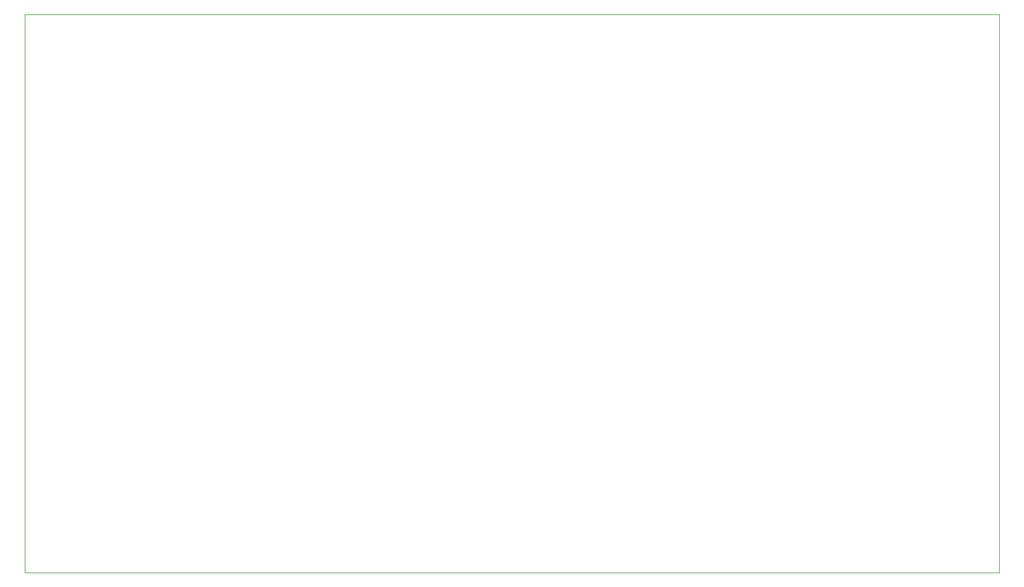
<source format=gbr>
G04 #@! TF.GenerationSoftware,KiCad,Pcbnew,(5.1.5)-3*
G04 #@! TF.CreationDate,2020-04-08T11:42:18+02:00*
G04 #@! TF.ProjectId,sensing_PMU,73656e73-696e-4675-9f50-4d552e6b6963,0.0*
G04 #@! TF.SameCoordinates,Original*
G04 #@! TF.FileFunction,Profile,NP*
%FSLAX46Y46*%
G04 Gerber Fmt 4.6, Leading zero omitted, Abs format (unit mm)*
G04 Created by KiCad (PCBNEW (5.1.5)-3) date 2020-04-08 11:42:18*
%MOMM*%
%LPD*%
G04 APERTURE LIST*
%ADD10C,0.120000*%
G04 APERTURE END LIST*
D10*
X91100000Y-122000000D02*
X91100000Y-40000000D01*
X234100000Y-122000000D02*
X91100000Y-122000000D01*
X234100000Y-40000000D02*
X234100000Y-122000000D01*
X91100000Y-40000000D02*
X234100000Y-40000000D01*
M02*

</source>
